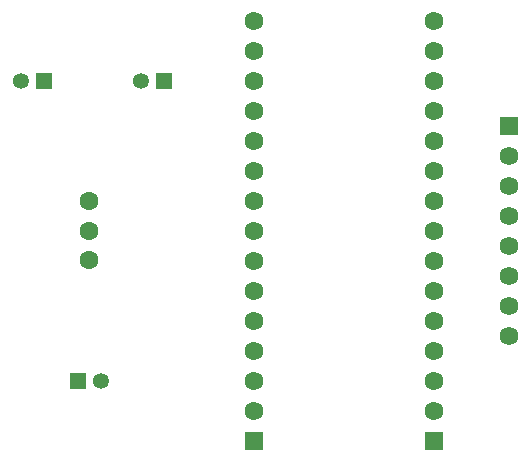
<source format=gts>
G04*
G04 #@! TF.GenerationSoftware,Altium Limited,Altium Designer,24.1.2 (44)*
G04*
G04 Layer_Color=8388736*
%FSLAX44Y44*%
%MOMM*%
G71*
G04*
G04 #@! TF.SameCoordinates,872ADF1F-A1A4-4C69-8787-97477F022A4F*
G04*
G04*
G04 #@! TF.FilePolarity,Negative*
G04*
G01*
G75*
%ADD16C,1.6080*%
%ADD17R,1.5932X1.5932*%
%ADD18C,1.5932*%
%ADD19C,1.3532*%
%ADD20R,1.3532X1.3532*%
%ADD21R,1.5900X1.5900*%
%ADD22C,1.5900*%
D16*
X165100Y178200D02*
D03*
Y228200D02*
D03*
Y203200D02*
D03*
D17*
X304800Y25400D02*
D03*
X457200D02*
D03*
D18*
X304800Y50800D02*
D03*
Y76200D02*
D03*
Y101600D02*
D03*
Y127000D02*
D03*
Y152400D02*
D03*
Y177800D02*
D03*
Y203200D02*
D03*
Y228600D02*
D03*
Y254000D02*
D03*
Y279400D02*
D03*
Y304800D02*
D03*
Y330200D02*
D03*
Y355600D02*
D03*
Y381000D02*
D03*
X457200D02*
D03*
Y355600D02*
D03*
Y330200D02*
D03*
Y304800D02*
D03*
Y279400D02*
D03*
Y254000D02*
D03*
Y228600D02*
D03*
Y203200D02*
D03*
Y177800D02*
D03*
Y152400D02*
D03*
Y127000D02*
D03*
Y101600D02*
D03*
Y76200D02*
D03*
Y50800D02*
D03*
D19*
X175135Y76200D02*
D03*
X106930Y330200D02*
D03*
X208530D02*
D03*
D20*
X155065Y76200D02*
D03*
X127000Y330200D02*
D03*
X228600D02*
D03*
D21*
X520700Y292100D02*
D03*
D22*
Y266700D02*
D03*
Y241300D02*
D03*
Y215900D02*
D03*
Y190500D02*
D03*
Y165100D02*
D03*
Y139700D02*
D03*
Y114300D02*
D03*
M02*

</source>
